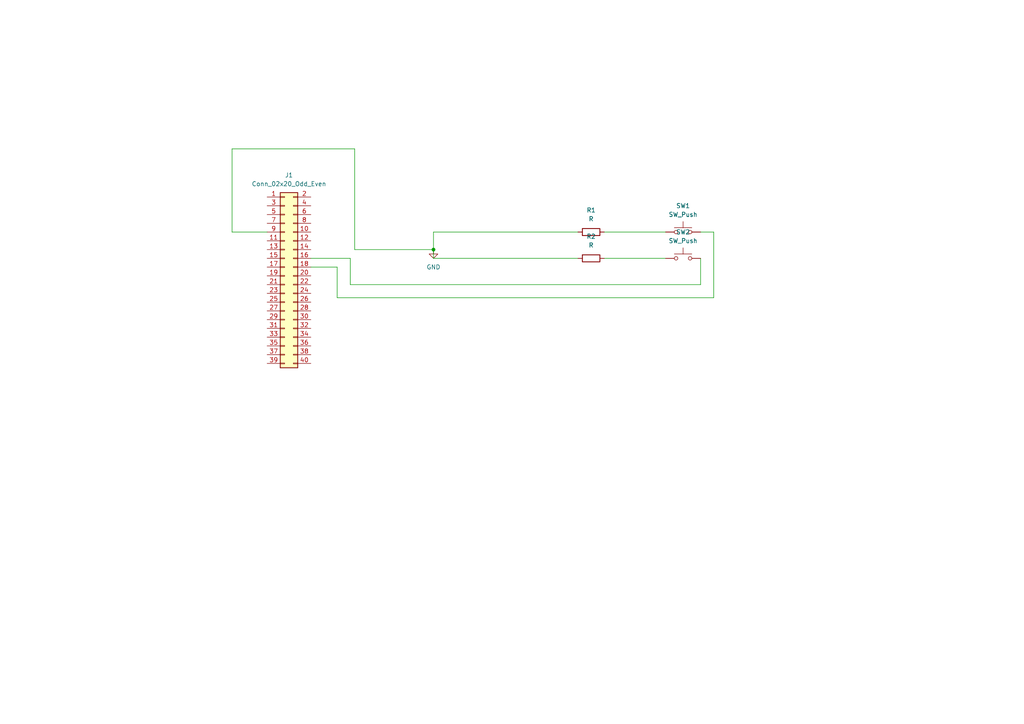
<source format=kicad_sch>
(kicad_sch (version 20250114) (generator "eeschema") (generator_version "9.0")
  (paper "A4")
  (title_block (title "Button PCB") (date "2025-04-22") (rev "1") (company "Aero Scan"))
  (lib_symbols
    (symbol "Connector_Generic:Conn_02x20_Odd_Even" (pin_names (offset 1.016) (hide yes))
      (property "Reference" "J" (at 1.27 25.4 0))
      (property "Value" "Conn_02x20_Odd_Even" (at 1.27 -27.94 0))
      (symbol "Conn_02x20_Odd_Even_1_1"
        (rectangle (start -1.27 24.13) (end 3.81 -26.67) (stroke (width 0.254)) (fill (type background)))
        (rectangle (start -1.27 22.987) (end 0 22.733) (stroke (width 0.1524)))
        (rectangle (start -1.27 20.447) (end 0 20.193) (stroke (width 0.1524)))
        (rectangle (start -1.27 17.907) (end 0 17.653) (stroke (width 0.1524)))
        (rectangle (start -1.27 15.367) (end 0 15.113) (stroke (width 0.1524)))
        (rectangle (start -1.27 12.827) (end 0 12.573) (stroke (width 0.1524)))
        (rectangle (start -1.27 10.287) (end 0 10.033) (stroke (width 0.1524)))
        (rectangle (start -1.27 7.747) (end 0 7.493) (stroke (width 0.1524)))
        (rectangle (start -1.27 5.207) (end 0 4.953) (stroke (width 0.1524)))
        (rectangle (start -1.27 2.667) (end 0 2.413) (stroke (width 0.1524)))
        (rectangle (start -1.27 0.127) (end 0 -0.127) (stroke (width 0.1524)))
        (rectangle (start -1.27 -2.413) (end 0 -2.667) (stroke (width 0.1524)))
        (rectangle (start -1.27 -4.953) (end 0 -5.207) (stroke (width 0.1524)))
        (rectangle (start -1.27 -7.493) (end 0 -7.747) (stroke (width 0.1524)))
        (rectangle (start -1.27 -10.033) (end 0 -10.287) (stroke (width 0.1524)))
        (rectangle (start -1.27 -12.573) (end 0 -12.827) (stroke (width 0.1524)))
        (rectangle (start -1.27 -15.113) (end 0 -15.367) (stroke (width 0.1524)))
        (rectangle (start -1.27 -17.653) (end 0 -17.907) (stroke (width 0.1524)))
        (rectangle (start -1.27 -20.193) (end 0 -20.447) (stroke (width 0.1524)))
        (rectangle (start -1.27 -22.733) (end 0 -22.987) (stroke (width 0.1524)))
        (rectangle (start -1.27 -25.273) (end 0 -25.527) (stroke (width 0.1524)))
        (rectangle (start 3.81 22.987) (end 2.54 22.733) (stroke (width 0.1524)))
        (rectangle (start 3.81 20.447) (end 2.54 20.193) (stroke (width 0.1524)))
        (rectangle (start 3.81 17.907) (end 2.54 17.653) (stroke (width 0.1524)))
        (rectangle (start 3.81 15.367) (end 2.54 15.113) (stroke (width 0.1524)))
        (rectangle (start 3.81 12.827) (end 2.54 12.573) (stroke (width 0.1524)))
        (rectangle (start 3.81 10.287) (end 2.54 10.033) (stroke (width 0.1524)))
        (rectangle (start 3.81 7.747) (end 2.54 7.493) (stroke (width 0.1524)))
        (rectangle (start 3.81 5.207) (end 2.54 4.953) (stroke (width 0.1524)))
        (rectangle (start 3.81 2.667) (end 2.54 2.413) (stroke (width 0.1524)))
        (rectangle (start 3.81 0.127) (end 2.54 -0.127) (stroke (width 0.1524)))
        (rectangle (start 3.81 -2.413) (end 2.54 -2.667) (stroke (width 0.1524)))
        (rectangle (start 3.81 -4.953) (end 2.54 -5.207) (stroke (width 0.1524)))
        (rectangle (start 3.81 -7.493) (end 2.54 -7.747) (stroke (width 0.1524)))
        (rectangle (start 3.81 -10.033) (end 2.54 -10.287) (stroke (width 0.1524)))
        (rectangle (start 3.81 -12.573) (end 2.54 -12.827) (stroke (width 0.1524)))
        (rectangle (start 3.81 -15.113) (end 2.54 -15.367) (stroke (width 0.1524)))
        (rectangle (start 3.81 -17.653) (end 2.54 -17.907) (stroke (width 0.1524)))
        (rectangle (start 3.81 -20.193) (end 2.54 -20.447) (stroke (width 0.1524)))
        (rectangle (start 3.81 -22.733) (end 2.54 -22.987) (stroke (width 0.1524)))
        (rectangle (start 3.81 -25.273) (end 2.54 -25.527) (stroke (width 0.1524)))
        (pin passive line (at -5.08 22.86 0) (length 3.81) (name "Pin_1") (number "1"))
        (pin passive line (at -5.08 20.32 0) (length 3.81) (name "Pin_3") (number "3"))
        (pin passive line (at -5.08 17.78 0) (length 3.81) (name "Pin_5") (number "5"))
        (pin passive line (at -5.08 15.24 0) (length 3.81) (name "Pin_7") (number "7"))
        (pin passive line (at -5.08 12.7 0) (length 3.81) (name "Pin_9") (number "9"))
        (pin passive line (at -5.08 10.16 0) (length 3.81) (name "Pin_11") (number "11"))
        (pin passive line (at -5.08 7.62 0) (length 3.81) (name "Pin_13") (number "13"))
        (pin passive line (at -5.08 5.08 0) (length 3.81) (name "Pin_15") (number "15"))
        (pin passive line (at -5.08 2.54 0) (length 3.81) (name "Pin_17") (number "17"))
        (pin passive line (at -5.08 0 0) (length 3.81) (name "Pin_19") (number "19"))
        (pin passive line (at -5.08 -2.54 0) (length 3.81) (name "Pin_21") (number "21"))
        (pin passive line (at -5.08 -5.08 0) (length 3.81) (name "Pin_23") (number "23"))
        (pin passive line (at -5.08 -7.62 0) (length 3.81) (name "Pin_25") (number "25"))
        (pin passive line (at -5.08 -10.16 0) (length 3.81) (name "Pin_27") (number "27"))
        (pin passive line (at -5.08 -12.7 0) (length 3.81) (name "Pin_29") (number "29"))
        (pin passive line (at -5.08 -15.24 0) (length 3.81) (name "Pin_31") (number "31"))
        (pin passive line (at -5.08 -17.78 0) (length 3.81) (name "Pin_33") (number "33"))
        (pin passive line (at -5.08 -20.32 0) (length 3.81) (name "Pin_35") (number "35"))
        (pin passive line (at -5.08 -22.86 0) (length 3.81) (name "Pin_37") (number "37"))
        (pin passive line (at -5.08 -25.4 0) (length 3.81) (name "Pin_39") (number "39"))
        (pin passive line (at 7.62 22.86 180) (length 3.81) (name "Pin_2") (number "2"))
        (pin passive line (at 7.62 20.32 180) (length 3.81) (name "Pin_4") (number "4"))
        (pin passive line (at 7.62 17.78 180) (length 3.81) (name "Pin_6") (number "6"))
        (pin passive line (at 7.62 15.24 180) (length 3.81) (name "Pin_8") (number "8"))
        (pin passive line (at 7.62 12.7 180) (length 3.81) (name "Pin_10") (number "10"))
        (pin passive line (at 7.62 10.16 180) (length 3.81) (name "Pin_12") (number "12"))
        (pin passive line (at 7.62 7.62 180) (length 3.81) (name "Pin_14") (number "14"))
        (pin passive line (at 7.62 5.08 180) (length 3.81) (name "Pin_16") (number "16"))
        (pin passive line (at 7.62 2.54 180) (length 3.81) (name "Pin_18") (number "18"))
        (pin passive line (at 7.62 0 180) (length 3.81) (name "Pin_20") (number "20"))
        (pin passive line (at 7.62 -2.54 180) (length 3.81) (name "Pin_22") (number "22"))
        (pin passive line (at 7.62 -5.08 180) (length 3.81) (name "Pin_24") (number "24"))
        (pin passive line (at 7.62 -7.62 180) (length 3.81) (name "Pin_26") (number "26"))
        (pin passive line (at 7.62 -10.16 180) (length 3.81) (name "Pin_28") (number "28"))
        (pin passive line (at 7.62 -12.7 180) (length 3.81) (name "Pin_30") (number "30"))
        (pin passive line (at 7.62 -15.24 180) (length 3.81) (name "Pin_32") (number "32"))
        (pin passive line (at 7.62 -17.78 180) (length 3.81) (name "Pin_34") (number "34"))
        (pin passive line (at 7.62 -20.32 180) (length 3.81) (name "Pin_36") (number "36"))
        (pin passive line (at 7.62 -22.86 180) (length 3.81) (name "Pin_38") (number "38"))
        (pin passive line (at 7.62 -25.4 180) (length 3.81) (name "Pin_40") (number "40"))
      )
    )
    (symbol "Device:R" (pin_numbers (hide yes)) (pin_names (offset 0))
      (property "Reference" "R" (at 2.032 0 90))
      (property "Value" "R" (at 0 0 90))
      (symbol "R_0_1"
        (rectangle (start -1.016 -2.54) (end 1.016 2.54) (stroke (width 0.254)))
      )
      (symbol "R_1_1"
        (pin passive line (at 0 3.81 270) (length 1.27) (name "~") (number "1"))
        (pin passive line (at 0 -3.81 90) (length 1.27) (name "~") (number "2"))
      )
    )
    (symbol "Switch:SW_Push" (pin_numbers (hide yes)) (pin_names (offset 1.016) (hide yes))
      (property "Reference" "SW" (at 1.27 2.54 0))
      (property "Value" "SW_Push" (at 0 -1.524 0))
      (symbol "SW_Push_0_1"
        (circle (center -2.032 0) (radius 0.508))
        (polyline (pts (xy 0 1.27) (xy 0 3.048)))
        (circle (center 2.032 0) (radius 0.508))
        (polyline (pts (xy 2.54 1.27) (xy -2.54 1.27)))
        (pin passive line (at -5.08 0 0) (length 2.54) (name "1") (number "1"))
        (pin passive line (at 5.08 0 180) (length 2.54) (name "2") (number "2"))
      )
    )
    (symbol "power:GND" (power) (pin_numbers (hide yes)) (pin_names (offset 0) (hide yes))
      (property "Value" "GND" (at 0 -3.81 0))
      (symbol "GND_0_1"
        (polyline (pts (xy 0 0) (xy 0 -1.27) (xy 1.27 -1.27) (xy 0 -2.54) (xy -1.27 -1.27) (xy 0 -1.27)))
      )
      (symbol "GND_1_1"
        (pin power_in line (at 0 0 270) (length 0) (name "~") (number "1"))
      )
    )
  )
  (junction (at 125.73 72.39))
  (wire (pts (xy 207.01 86.36) (xy 207.01 67.31)))
  (wire (pts (xy 101.6 82.55) (xy 203.2 82.55)))
  (wire (pts (xy 97.79 77.47) (xy 97.79 86.36)))
  (wire (pts (xy 203.2 82.55) (xy 203.2 74.93)))
  (wire (pts (xy 101.6 74.93) (xy 101.6 82.55)))
  (wire (pts (xy 90.17 77.47) (xy 97.79 77.47)))
  (wire (pts (xy 77.47 67.31) (xy 67.31 67.31)))
  (wire (pts (xy 125.73 67.31) (xy 125.73 72.39)))
  (wire (pts (xy 102.87 43.18) (xy 102.87 72.39)))
  (wire (pts (xy 97.79 86.36) (xy 207.01 86.36)))
  (wire (pts (xy 175.26 74.93) (xy 193.04 74.93)))
  (wire (pts (xy 167.64 74.93) (xy 125.73 74.93)))
  (wire (pts (xy 125.73 74.93) (xy 125.73 72.39)))
  (wire (pts (xy 102.87 72.39) (xy 125.73 72.39)))
  (wire (pts (xy 207.01 67.31) (xy 203.2 67.31)))
  (wire (pts (xy 167.64 67.31) (xy 125.73 67.31)))
  (wire (pts (xy 67.31 43.18) (xy 102.87 43.18)))
  (wire (pts (xy 90.17 74.93) (xy 101.6 74.93)))
  (wire (pts (xy 175.26 67.31) (xy 193.04 67.31)))
  (wire (pts (xy 67.31 67.31) (xy 67.31 43.18)))
  (symbol (lib_id "Connector_Generic:Conn_02x20_Odd_Even") (at 82.55 80.01 0) (unit 1)
    (property "Reference" "J1" (at 83.82 50.8 0))
    (property "Value" "Conn_02x20_Odd_Even" (at 83.82 53.34 0))
    (property "Footprint" "Connector_PinSocket_2.54mm:PinSocket_2x20_P2.54mm_Vertical" (effects (hide yes)))
    (property "Description" "Generic connector, double row, 02x20, odd/even pin numbering scheme (row 1 odd numbers, row 2 even numbers), script generated (kicad-library-utils/schlib/autogen/connector/)" (effects (hide yes)))
  )
  (symbol (lib_id "Device:R") (at 171.45 67.31 90) (unit 1)
    (property "Reference" "R1" (at 171.45 60.96 90))
    (property "Value" "R" (at 171.45 63.5 90))
    (property "Footprint" "Resistor_THT:R_Axial_DIN0204_L3.6mm_D1.6mm_P2.54mm_Vertical" (effects (hide yes)))
    (property "Description" "Resistor" (effects (hide yes)))
  )
  (symbol (lib_id "Switch:SW_Push") (at 198.12 74.93 0) (unit 1)
    (property "Reference" "SW2" (at 198.12 67.31 0))
    (property "Value" "SW_Push" (at 198.12 69.85 0))
    (property "Footprint" "Button_Switch_THT:SW_PUSH_6mm_H9.5mm" (effects (hide yes)))
    (property "Description" "Push button switch, generic, two pins" (effects (hide yes)))
  )
  (symbol (lib_id "Switch:SW_Push") (at 198.12 67.31 0) (unit 1)
    (property "Reference" "SW1" (at 198.12 59.69 0))
    (property "Value" "SW_Push" (at 198.12 62.23 0))
    (property "Footprint" "Button_Switch_THT:SW_PUSH_6mm_H9.5mm" (effects (hide yes)))
    (property "Description" "Push button switch, generic, two pins" (effects (hide yes)))
  )
  (symbol (lib_id "Device:R") (at 171.45 74.93 90) (unit 1)
    (property "Reference" "R2" (at 171.45 68.58 90))
    (property "Value" "R" (at 171.45 71.12 90))
    (property "Footprint" "Resistor_THT:R_Axial_DIN0204_L3.6mm_D1.6mm_P2.54mm_Vertical" (effects (hide yes)))
    (property "Description" "Resistor" (effects (hide yes)))
  )
  (symbol (lib_id "power:GND") (at 125.73 72.39 0) (unit 1)
    (property "Reference" "#PWR01" (effects (hide yes)))
    (property "Value" "GND" (at 125.73 77.47 0))
    (property "Description" "Power symbol creates a global label with name \"GND\" , ground" (effects (hide yes)))
  )
)
</source>
